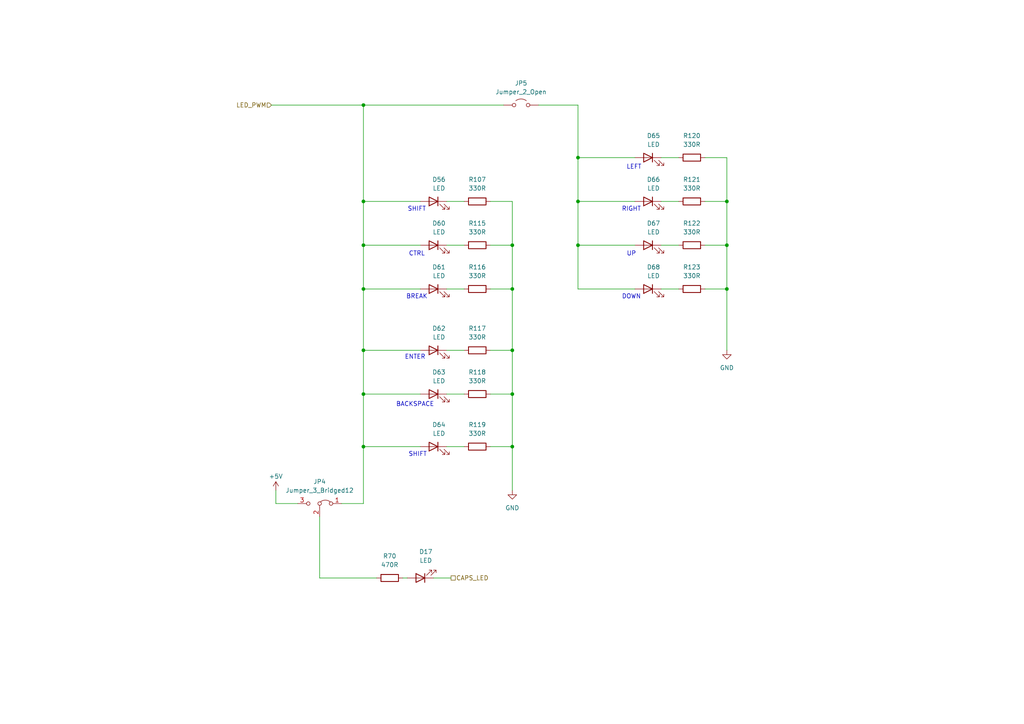
<source format=kicad_sch>
(kicad_sch (version 20250114) (generator "eeschema") (generator_version "9.0")
  (paper "A4")
  (lib_symbols
    (symbol "Device:LED" (pin_numbers (hide yes)) (pin_names (offset 1.016) (hide yes))
      (property "Reference" "D" (at 0 2.54 0))
      (property "Value" "LED" (at 0 -2.54 0))
      (symbol "LED_0_1"
        (polyline (pts (xy -3.048 -0.762) (xy -4.572 -2.286) (xy -3.81 -2.286) (xy -4.572 -2.286) (xy -4.572 -1.524)))
        (polyline (pts (xy -1.778 -0.762) (xy -3.302 -2.286) (xy -2.54 -2.286) (xy -3.302 -2.286) (xy -3.302 -1.524)))
        (polyline (pts (xy -1.27 0) (xy 1.27 0)))
        (polyline (pts (xy -1.27 -1.27) (xy -1.27 1.27)) (stroke (width 0.254)))
        (polyline (pts (xy 1.27 -1.27) (xy 1.27 1.27) (xy -1.27 0) (xy 1.27 -1.27)) (stroke (width 0.254)))
      )
      (symbol "LED_1_1"
        (pin passive line (at -3.81 0 0) (length 2.54) (name "K") (number "1"))
        (pin passive line (at 3.81 0 180) (length 2.54) (name "A") (number "2"))
      )
    )
    (symbol "Device:R" (pin_numbers (hide yes)) (pin_names (offset 0))
      (property "Reference" "R" (at 2.032 0 90))
      (property "Value" "R" (at 0 0 90))
      (symbol "R_0_1"
        (rectangle (start -1.016 -2.54) (end 1.016 2.54) (stroke (width 0.254)))
      )
      (symbol "R_1_1"
        (pin passive line (at 0 3.81 270) (length 1.27) (name "~") (number "1"))
        (pin passive line (at 0 -3.81 90) (length 1.27) (name "~") (number "2"))
      )
    )
    (symbol "Jumper:Jumper_2_Open" (pin_numbers (hide yes)) (pin_names (offset 0) (hide yes))
      (property "Reference" "JP" (at 0 2.794 0))
      (property "Value" "Jumper_2_Open" (at 0 -2.286 0))
      (symbol "Jumper_2_Open_0_0"
        (circle (center -2.032 0) (radius 0.508))
        (circle (center 2.032 0) (radius 0.508))
      )
      (symbol "Jumper_2_Open_0_1"
        (arc (start -1.524 1.27) (mid 0 1.778) (end 1.524 1.27))
      )
      (symbol "Jumper_2_Open_1_1"
        (pin passive line (at -5.08 0 0) (length 2.54) (name "A") (number "1"))
        (pin passive line (at 5.08 0 180) (length 2.54) (name "B") (number "2"))
      )
    )
    (symbol "Jumper:Jumper_3_Bridged12" (pin_names (offset 0) (hide yes)) (in_bom no)
      (property "Reference" "JP" (at -2.54 -2.54 0))
      (property "Value" "Jumper_3_Bridged12" (at 0 2.794 0))
      (symbol "Jumper_3_Bridged12_0_0"
        (circle (center -3.302 0) (radius 0.508))
        (circle (center 0 0) (radius 0.508))
        (circle (center 3.302 0) (radius 0.508))
      )
      (symbol "Jumper_3_Bridged12_0_1"
        (arc (start -3.048 0.508) (mid -1.651 0.9912) (end -0.254 0.508))
        (polyline (pts (xy 0 -1.27) (xy 0 -0.508)))
      )
      (symbol "Jumper_3_Bridged12_1_1"
        (pin passive line (at -6.35 0 0) (length 2.54) (name "A") (number "1"))
        (pin passive line (at 0 -3.81 90) (length 2.54) (name "C") (number "2"))
        (pin passive line (at 6.35 0 180) (length 2.54) (name "B") (number "3"))
      )
    )
    (symbol "power:+5V" (power) (pin_names (offset 0))
      (property "Value" "+5V" (at 0 3.556 0))
      (symbol "+5V_0_1"
        (polyline (pts (xy -0.762 1.27) (xy 0 2.54)))
        (polyline (pts (xy 0 2.54) (xy 0.762 1.27)))
        (polyline (pts (xy 0 0) (xy 0 2.54)))
      )
      (symbol "+5V_1_1"
        (pin power_in line (at 0 0 90) (length 0) (hide yes) (name "+5V") (number "1"))
      )
    )
    (symbol "power:GND" (power) (pin_numbers (hide yes)) (pin_names (offset 0) (hide yes))
      (property "Value" "GND" (at 0 -3.81 0))
      (symbol "GND_0_1"
        (polyline (pts (xy 0 0) (xy 0 -1.27) (xy 1.27 -1.27) (xy 0 -2.54) (xy -1.27 -1.27) (xy 0 -1.27)))
      )
      (symbol "GND_1_1"
        (pin power_in line (at 0 0 270) (length 0) (name "~") (number "1"))
      )
    )
  )
  (text "LEFT\n" (at 183.896 48.514 0) (effects (font (size 1.27 1.27))))
  (text "ENTER" (at 120.396 103.632 0) (effects (font (size 1.27 1.27))))
  (text "SHIFT\n" (at 120.904 60.706 0) (effects (font (size 1.27 1.27))))
  (text "SHIFT\n" (at 121.158 131.826 0) (effects (font (size 1.27 1.27))))
  (text "RIGHT" (at 183.134 60.706 0) (effects (font (size 1.27 1.27))))
  (text "BREAK" (at 120.904 86.106 0) (effects (font (size 1.27 1.27))))
  (text "BACKSPACE" (at 120.396 117.348 0) (effects (font (size 1.27 1.27))))
  (text "CTRL" (at 120.904 73.66 0) (effects (font (size 1.27 1.27))))
  (text "UP" (at 183.134 73.66 0) (effects (font (size 1.27 1.27))))
  (text "DOWN\n" (at 183.134 86.106 0) (effects (font (size 1.27 1.27))))
  (junction (at 148.59 83.82))
  (junction (at 105.41 71.12))
  (junction (at 105.41 30.48))
  (junction (at 105.41 101.6))
  (junction (at 148.59 101.6))
  (junction (at 210.82 58.42))
  (junction (at 167.64 71.12))
  (junction (at 105.41 129.54))
  (junction (at 105.41 58.42))
  (junction (at 105.41 83.82))
  (junction (at 210.82 71.12))
  (junction (at 167.64 45.72))
  (junction (at 148.59 129.54))
  (junction (at 210.82 83.82))
  (junction (at 167.64 58.42))
  (junction (at 105.41 114.3))
  (junction (at 148.59 114.3))
  (junction (at 148.59 71.12))
  (wire (pts (xy 86.36 146.05) (xy 80.01 146.05)))
  (wire (pts (xy 80.01 146.05) (xy 80.01 142.24)))
  (wire (pts (xy 148.59 129.54) (xy 142.24 129.54)))
  (wire (pts (xy 148.59 83.82) (xy 142.24 83.82)))
  (wire (pts (xy 210.82 83.82) (xy 210.82 71.12)))
  (wire (pts (xy 210.82 58.42) (xy 210.82 45.72)))
  (wire (pts (xy 191.77 58.42) (xy 196.85 58.42)))
  (wire (pts (xy 105.41 129.54) (xy 105.41 114.3)))
  (wire (pts (xy 105.41 101.6) (xy 121.92 101.6)))
  (wire (pts (xy 105.41 101.6) (xy 105.41 83.82)))
  (wire (pts (xy 129.54 58.42) (xy 134.62 58.42)))
  (wire (pts (xy 125.73 167.64) (xy 130.81 167.64)))
  (wire (pts (xy 148.59 129.54) (xy 148.59 114.3)))
  (wire (pts (xy 167.64 71.12) (xy 184.15 71.12)))
  (wire (pts (xy 129.54 83.82) (xy 134.62 83.82)))
  (wire (pts (xy 210.82 45.72) (xy 204.47 45.72)))
  (wire (pts (xy 148.59 71.12) (xy 148.59 58.42)))
  (wire (pts (xy 105.41 71.12) (xy 121.92 71.12)))
  (wire (pts (xy 167.64 45.72) (xy 184.15 45.72)))
  (wire (pts (xy 156.21 30.48) (xy 167.64 30.48)))
  (wire (pts (xy 210.82 58.42) (xy 204.47 58.42)))
  (wire (pts (xy 105.41 83.82) (xy 121.92 83.82)))
  (wire (pts (xy 129.54 71.12) (xy 134.62 71.12)))
  (wire (pts (xy 99.06 146.05) (xy 105.41 146.05)))
  (wire (pts (xy 129.54 101.6) (xy 134.62 101.6)))
  (wire (pts (xy 167.64 71.12) (xy 167.64 58.42)))
  (wire (pts (xy 78.74 30.48) (xy 105.41 30.48)))
  (wire (pts (xy 148.59 142.24) (xy 148.59 129.54)))
  (wire (pts (xy 105.41 30.48) (xy 146.05 30.48)))
  (wire (pts (xy 105.41 58.42) (xy 121.92 58.42)))
  (wire (pts (xy 92.71 167.64) (xy 109.22 167.64)))
  (wire (pts (xy 167.64 45.72) (xy 167.64 30.48)))
  (wire (pts (xy 210.82 101.6) (xy 210.82 83.82)))
  (wire (pts (xy 148.59 101.6) (xy 142.24 101.6)))
  (wire (pts (xy 121.92 129.54) (xy 105.41 129.54)))
  (wire (pts (xy 167.64 83.82) (xy 184.15 83.82)))
  (wire (pts (xy 105.41 146.05) (xy 105.41 129.54)))
  (wire (pts (xy 105.41 30.48) (xy 105.41 58.42)))
  (wire (pts (xy 148.59 83.82) (xy 148.59 71.12)))
  (wire (pts (xy 105.41 71.12) (xy 105.41 58.42)))
  (wire (pts (xy 118.11 167.64) (xy 116.84 167.64)))
  (wire (pts (xy 191.77 45.72) (xy 196.85 45.72)))
  (wire (pts (xy 105.41 114.3) (xy 105.41 101.6)))
  (wire (pts (xy 210.82 71.12) (xy 210.82 58.42)))
  (wire (pts (xy 167.64 58.42) (xy 184.15 58.42)))
  (wire (pts (xy 105.41 114.3) (xy 121.92 114.3)))
  (wire (pts (xy 129.54 129.54) (xy 134.62 129.54)))
  (wire (pts (xy 148.59 114.3) (xy 142.24 114.3)))
  (wire (pts (xy 191.77 83.82) (xy 196.85 83.82)))
  (wire (pts (xy 167.64 83.82) (xy 167.64 71.12)))
  (wire (pts (xy 167.64 58.42) (xy 167.64 45.72)))
  (wire (pts (xy 191.77 71.12) (xy 196.85 71.12)))
  (wire (pts (xy 210.82 71.12) (xy 204.47 71.12)))
  (wire (pts (xy 105.41 83.82) (xy 105.41 71.12)))
  (wire (pts (xy 210.82 83.82) (xy 204.47 83.82)))
  (wire (pts (xy 148.59 114.3) (xy 148.59 101.6)))
  (wire (pts (xy 148.59 101.6) (xy 148.59 83.82)))
  (wire (pts (xy 148.59 58.42) (xy 142.24 58.42)))
  (wire (pts (xy 148.59 71.12) (xy 142.24 71.12)))
  (wire (pts (xy 92.71 167.64) (xy 92.71 149.86)))
  (wire (pts (xy 129.54 114.3) (xy 134.62 114.3)))
  (hierarchical_label "LED_PWM" (shape input) (at 78.74 30.48 180))
  (hierarchical_label "CAPS_LED" (shape passive) (at 130.81 167.64 0))
  (symbol (lib_id "power:+5V") (at 80.01 142.24 0) (unit 1)
    (property "Reference" "#PWR0197" (effects (hide yes)))
    (property "Value" "+5V" (at 80.01 138.176 0))
  )
  (symbol (lib_id "Device:LED") (at 125.73 101.6 0) (mirror y) (unit 1)
    (property "Reference" "D62" (at 127.3175 95.25 0))
    (property "Value" "LED" (at 127.3175 97.79 0))
    (property "Footprint" "LED_SMD:LED_0603_1608Metric" (effects (hide yes)))
    (property "Description" "Light emitting diode" (effects (hide yes)))
    (property "Sim.Pins" "1=K 2=A" (effects (hide yes)))
    (property "LCSC" "C3030991" (effects (hide yes)))
  )
  (symbol (lib_id "Device:R") (at 138.43 83.82 270) (unit 1)
    (property "Reference" "R116" (at 138.43 77.47 90))
    (property "Value" "330R" (at 138.43 80.01 90))
    (property "Footprint" "Resistor_SMD:R_0402_1005Metric" (effects (hide yes)))
    (property "LCSC" "DNF" (effects (hide yes)))
  )
  (symbol (lib_id "Device:LED") (at 187.96 71.12 0) (mirror y) (unit 1)
    (property "Reference" "D67" (at 189.5475 64.77 0))
    (property "Value" "LED" (at 189.5475 67.31 0))
    (property "Footprint" "LED_SMD:LED_0603_1608Metric" (effects (hide yes)))
    (property "Description" "Light emitting diode" (effects (hide yes)))
    (property "Sim.Pins" "1=K 2=A" (effects (hide yes)))
    (property "LCSC" "C3030991" (effects (hide yes)))
  )
  (symbol (lib_id "Device:LED") (at 187.96 45.72 0) (mirror y) (unit 1)
    (property "Reference" "D65" (at 189.5475 39.37 0))
    (property "Value" "LED" (at 189.5475 41.91 0))
    (property "Footprint" "LED_SMD:LED_0603_1608Metric" (effects (hide yes)))
    (property "Description" "Light emitting diode" (effects (hide yes)))
    (property "Sim.Pins" "1=K 2=A" (effects (hide yes)))
    (property "LCSC" "C3030991" (effects (hide yes)))
  )
  (symbol (lib_id "Device:LED") (at 187.96 58.42 0) (mirror y) (unit 1)
    (property "Reference" "D66" (at 189.5475 52.07 0))
    (property "Value" "LED" (at 189.5475 54.61 0))
    (property "Footprint" "LED_SMD:LED_0603_1608Metric" (effects (hide yes)))
    (property "Description" "Light emitting diode" (effects (hide yes)))
    (property "Sim.Pins" "1=K 2=A" (effects (hide yes)))
    (property "LCSC" "C3030991" (effects (hide yes)))
  )
  (symbol (lib_id "Device:R") (at 200.66 83.82 270) (unit 1)
    (property "Reference" "R123" (at 200.66 77.47 90))
    (property "Value" "330R" (at 200.66 80.01 90))
    (property "Footprint" "Resistor_SMD:R_0402_1005Metric" (effects (hide yes)))
    (property "LCSC" "DNF" (effects (hide yes)))
  )
  (symbol (lib_id "Device:LED") (at 125.73 129.54 0) (mirror y) (unit 1)
    (property "Reference" "D64" (at 127.3175 123.19 0))
    (property "Value" "LED" (at 127.3175 125.73 0))
    (property "Footprint" "LED_SMD:LED_0603_1608Metric" (effects (hide yes)))
    (property "Description" "Light emitting diode" (effects (hide yes)))
    (property "Sim.Pins" "1=K 2=A" (effects (hide yes)))
    (property "LCSC" "C3030991" (effects (hide yes)))
  )
  (symbol (lib_id "Device:LED") (at 121.92 167.64 180) (unit 1)
    (property "Reference" "D17" (at 123.5075 160.02 0))
    (property "Value" "LED" (at 123.5075 162.56 0))
    (property "Footprint" "LED_THT:LED_D5.0mm" (effects (hide yes)))
    (property "LCSC" "DNF" (effects (hide yes)))
  )
  (symbol (lib_id "Device:R") (at 138.43 58.42 270) (unit 1)
    (property "Reference" "R107" (at 138.43 52.07 90))
    (property "Value" "330R" (at 138.43 54.61 90))
    (property "Footprint" "Resistor_SMD:R_0402_1005Metric" (effects (hide yes)))
    (property "LCSC" "DNF" (effects (hide yes)))
  )
  (symbol (lib_id "power:GND") (at 210.82 101.6 0) (unit 1)
    (property "Reference" "#PWR0202" (effects (hide yes)))
    (property "Value" "GND" (at 210.82 106.68 0))
    (property "Description" "Power symbol creates a global label with name \"GND\" , ground" (effects (hide yes)))
  )
  (symbol (lib_id "Jumper:Jumper_3_Bridged12") (at 92.71 146.05 0) (mirror y) (unit 1) (in_bom no)
    (property "Reference" "JP4" (at 92.71 139.7 0))
    (property "Value" "Jumper_3_Bridged12" (at 92.71 142.24 0))
    (property "Footprint" "Jumper:SolderJumper-3_P1.3mm_Bridged2Bar12_RoundedPad1.0x1.5mm" (effects (hide yes)))
    (property "Description" "Jumper, 3-pole, pins 1+2 closed/bridged" (effects (hide yes)))
  )
  (symbol (lib_id "Device:R") (at 138.43 129.54 270) (unit 1)
    (property "Reference" "R119" (at 138.43 123.19 90))
    (property "Value" "330R" (at 138.43 125.73 90))
    (property "Footprint" "Resistor_SMD:R_0402_1005Metric" (effects (hide yes)))
    (property "LCSC" "DNF" (effects (hide yes)))
  )
  (symbol (lib_id "Jumper:Jumper_2_Open") (at 151.13 30.48 0) (unit 1)
    (property "Reference" "JP5" (at 151.13 24.13 0))
    (property "Value" "Jumper_2_Open" (at 151.13 26.67 0))
    (property "Footprint" "Jumpers:SolderJumper-2_P1.3mm_Open_TrianglePad1.0x1.5mm" (effects (hide yes)))
    (property "Description" "Jumper, 2-pole, open" (effects (hide yes)))
    (property "LCSC" "DNF" (effects (hide yes)))
  )
  (symbol (lib_id "Device:R") (at 138.43 101.6 270) (unit 1)
    (property "Reference" "R117" (at 138.43 95.25 90))
    (property "Value" "330R" (at 138.43 97.79 90))
    (property "Footprint" "Resistor_SMD:R_0402_1005Metric" (effects (hide yes)))
    (property "LCSC" "DNF" (effects (hide yes)))
  )
  (symbol (lib_id "Device:LED") (at 125.73 114.3 0) (mirror y) (unit 1)
    (property "Reference" "D63" (at 127.3175 107.95 0))
    (property "Value" "LED" (at 127.3175 110.49 0))
    (property "Footprint" "LED_SMD:LED_0603_1608Metric" (effects (hide yes)))
    (property "Description" "Light emitting diode" (effects (hide yes)))
    (property "Sim.Pins" "1=K 2=A" (effects (hide yes)))
    (property "LCSC" "C3030991" (effects (hide yes)))
  )
  (symbol (lib_id "Device:R") (at 138.43 71.12 270) (unit 1)
    (property "Reference" "R115" (at 138.43 64.77 90))
    (property "Value" "330R" (at 138.43 67.31 90))
    (property "Footprint" "Resistor_SMD:R_0402_1005Metric" (effects (hide yes)))
    (property "LCSC" "DNF" (effects (hide yes)))
  )
  (symbol (lib_id "Device:LED") (at 125.73 58.42 0) (mirror y) (unit 1)
    (property "Reference" "D56" (at 127.3175 52.07 0))
    (property "Value" "LED" (at 127.3175 54.61 0))
    (property "Footprint" "LED_SMD:LED_0603_1608Metric" (effects (hide yes)))
    (property "Description" "Light emitting diode" (effects (hide yes)))
    (property "Sim.Pins" "1=K 2=A" (effects (hide yes)))
    (property "LCSC" "C3030991" (effects (hide yes)))
  )
  (symbol (lib_id "Device:R") (at 113.03 167.64 90) (mirror x) (unit 1)
    (property "Reference" "R70" (at 113.03 161.29 90))
    (property "Value" "470R" (at 113.03 163.83 90))
    (property "Footprint" "Resistor_SMD:R_0402_1005Metric" (effects (hide yes)))
    (property "LCSC" "DNF" (effects (hide yes)))
  )
  (symbol (lib_id "Device:LED") (at 125.73 71.12 0) (mirror y) (unit 1)
    (property "Reference" "D60" (at 127.3175 64.77 0))
    (property "Value" "LED" (at 127.3175 67.31 0))
    (property "Footprint" "LED_SMD:LED_0603_1608Metric" (effects (hide yes)))
    (property "Description" "Light emitting diode" (effects (hide yes)))
    (property "Sim.Pins" "1=K 2=A" (effects (hide yes)))
    (property "LCSC" "C3030991" (effects (hide yes)))
  )
  (symbol (lib_id "Device:R") (at 138.43 114.3 270) (unit 1)
    (property "Reference" "R118" (at 138.43 107.95 90))
    (property "Value" "330R" (at 138.43 110.49 90))
    (property "Footprint" "Resistor_SMD:R_0402_1005Metric" (effects (hide yes)))
    (property "LCSC" "DNF" (effects (hide yes)))
  )
  (symbol (lib_id "Device:LED") (at 125.73 83.82 0) (mirror y) (unit 1)
    (property "Reference" "D61" (at 127.3175 77.47 0))
    (property "Value" "LED" (at 127.3175 80.01 0))
    (property "Footprint" "LED_SMD:LED_0603_1608Metric" (effects (hide yes)))
    (property "Description" "Light emitting diode" (effects (hide yes)))
    (property "Sim.Pins" "1=K 2=A" (effects (hide yes)))
    (property "LCSC" "C3030991" (effects (hide yes)))
  )
  (symbol (lib_id "Device:R") (at 200.66 71.12 270) (unit 1)
    (property "Reference" "R122" (at 200.66 64.77 90))
    (property "Value" "330R" (at 200.66 67.31 90))
    (property "Footprint" "Resistor_SMD:R_0402_1005Metric" (effects (hide yes)))
    (property "LCSC" "DNF" (effects (hide yes)))
  )
  (symbol (lib_id "Device:R") (at 200.66 58.42 270) (unit 1)
    (property "Reference" "R121" (at 200.66 52.07 90))
    (property "Value" "330R" (at 200.66 54.61 90))
    (property "Footprint" "Resistor_SMD:R_0402_1005Metric" (effects (hide yes)))
    (property "LCSC" "DNF" (effects (hide yes)))
  )
  (symbol (lib_id "Device:LED") (at 187.96 83.82 0) (mirror y) (unit 1)
    (property "Reference" "D68" (at 189.5475 77.47 0))
    (property "Value" "LED" (at 189.5475 80.01 0))
    (property "Footprint" "LED_SMD:LED_0603_1608Metric" (effects (hide yes)))
    (property "Description" "Light emitting diode" (effects (hide yes)))
    (property "Sim.Pins" "1=K 2=A" (effects (hide yes)))
    (property "LCSC" "C3030991" (effects (hide yes)))
  )
  (symbol (lib_id "Device:R") (at 200.66 45.72 270) (unit 1)
    (property "Reference" "R120" (at 200.66 39.37 90))
    (property "Value" "330R" (at 200.66 41.91 90))
    (property "Footprint" "Resistor_SMD:R_0402_1005Metric" (effects (hide yes)))
    (property "LCSC" "DNF" (effects (hide yes)))
  )
  (symbol (lib_id "power:GND") (at 148.59 142.24 0) (unit 1)
    (property "Reference" "#PWR0199" (effects (hide yes)))
    (property "Value" "GND" (at 148.59 147.32 0))
    (property "Description" "Power symbol creates a global label with name \"GND\" , ground" (effects (hide yes)))
  )
)
</source>
